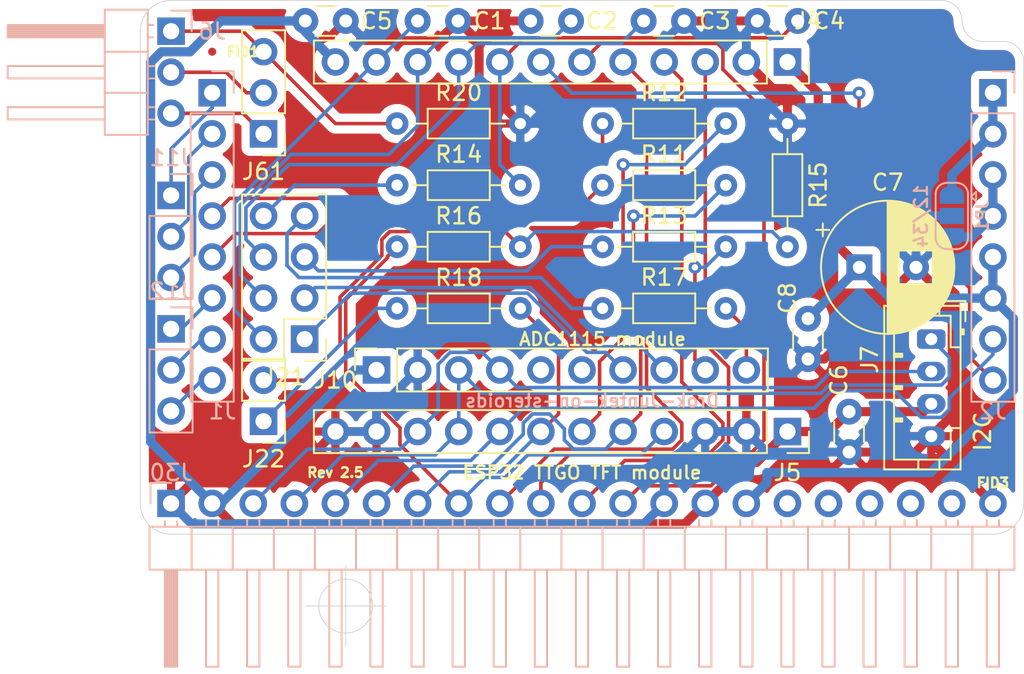
<source format=kicad_pcb>
(kicad_pcb (version 20171130) (host pcbnew "(5.1.10)-1")
  (title_block (title Drok/Juntek-on-steroids) (date 2021-08-24) (rev 2.5))
  (layers (0 F.Cu signal) (31 B.Cu signal) (34 B.Paste user) (35 F.Paste user) (36 B.SilkS user) (37 F.SilkS user) (38 B.Mask user) (39 F.Mask user) (44 Edge.Cuts user))
  (net 0 "")
  (net 1 VCC)
  (net 2 GNDD)
  (net 3 GNDA)
  (net 4 /GPIO27)
  (net 5 /SDA)
  (net 6 /SCL)
  (net 7 /GPIO13)
  (net 8 /ADC0)
  (net 9 /ADC1)
  (net 10 /ADC2)
  (net 11 /ADC3)
  (net 12 /GPIO32)
  (net 13 /GPIO25)
  (net 14 /GPIO26)
  (net 15 /GPIO17)
  (net 16 /A3)
  (net 17 /A2)
  (net 18 /A1)
  (net 19 /A0)
  (net 20 /J1.8)
  (net 21 /J1.3)
  (net 22 /J1.2)
  (net 23 /J1.6)
  (net 24 /+3V3)
  (net 25 /GPIO12)
  (net 26 /J1.1)
  (net 27 /J1.5)
  (net 28 /J1.4)
  (net 29 /J6.2)
  (net 30 /J1.7)
  (net 31 /J6.3)
  (net 32 /FanPWM)
  (net 33 "Net-(J21-Pad7)")
  (net 34 /J6.1)
  (net 35 "Net-(J21-Pad5)")
  (net 36 "Net-(J21-Pad8)")
  (net 37 "Net-(J22-Pad2)")
  (net 38 "Net-(J22-Pad1)")
  (net 39 GND)
  (net 40 /GPIO15)
  (net 41 /GPIO33)
  (module Connector_PinHeader_2.54mm:PinHeader_1x03_P2.54mm_Vertical (layer F.Cu) (at 106.68 67.945 180)
    (fp_text reference J61 (at 0 -2.33) (layer F.SilkS))
    (fp_text value patch)
    (pad 3 thru_hole oval (at 0 5.08 180) (size 1.7 1.7) (drill 1) (layers *.Cu *.Mask) (net 31 /J6.3))
    (pad 2 thru_hole oval (at 0 2.54 180) (size 1.7 1.7) (drill 1) (layers *.Cu *.Mask) (net 29 /J6.2))
    (pad 1 thru_hole rect (at 0 0 180) (size 1.7 1.7) (drill 1) (layers *.Cu *.Mask) (net 34 /J6.1))
  )
  (module Connector_PinHeader_2.54mm:PinHeader_1x03_P2.54mm_Vertical (layer B.Cu) (at 100.965 80.01 180)
    (fp_text reference J12 (at 0 2.33) (layer B.SilkS) (effects (justify mirror)))
    (fp_text value patch)
    (pad 3 thru_hole oval (at 0 -5.08 180) (size 1.7 1.7) (drill 1) (layers *.Cu *.Mask) (net 20 /J1.8))
    (pad 2 thru_hole oval (at 0 -2.54 180) (size 1.7 1.7) (drill 1) (layers *.Cu *.Mask) (net 30 /J1.7))
    (pad 1 thru_hole rect (at 0 0 180) (size 1.7 1.7) (drill 1) (layers *.Cu *.Mask) (net 23 /J1.6))
  )
  (module Connector_PinHeader_2.54mm:PinHeader_1x02_P2.54mm_Vertical (layer F.Cu) (at 106.68 85.725 180)
    (fp_text reference J22 (at 0 -2.33) (layer F.SilkS))
    (fp_text value patch)
    (pad 2 thru_hole oval (at 0 2.54 180) (size 1.7 1.7) (drill 1) (layers *.Cu *.Mask) (net 37 "Net-(J22-Pad2)"))
    (pad 1 thru_hole rect (at 0 0 180) (size 1.7 1.7) (drill 1) (layers *.Cu *.Mask) (net 38 "Net-(J22-Pad1)"))
  )
  (module Connector_PinHeader_2.54mm:PinHeader_2x04_P2.54mm_Vertical (layer F.Cu) (at 109.22 80.645 180)
    (fp_text reference J21 (at 1.27 -2.33) (layer F.SilkS))
    (fp_text value patch)
    (pad 8 thru_hole oval (at 2.54 7.62 180) (size 1.7 1.7) (drill 1) (layers *.Cu *.Mask) (net 36 "Net-(J21-Pad8)"))
    (pad 7 thru_hole oval (at 0 7.62 180) (size 1.7 1.7) (drill 1) (layers *.Cu *.Mask) (net 33 "Net-(J21-Pad7)"))
    (pad 6 thru_hole oval (at 2.54 5.08 180) (size 1.7 1.7) (drill 1) (layers *.Cu *.Mask) (net 10 /ADC2))
    (pad 5 thru_hole oval (at 0 5.08 180) (size 1.7 1.7) (drill 1) (layers *.Cu *.Mask) (net 35 "Net-(J21-Pad5)"))
    (pad 4 thru_hole oval (at 2.54 2.54 180) (size 1.7 1.7) (drill 1) (layers *.Cu *.Mask) (net 9 /ADC1))
    (pad 3 thru_hole oval (at 0 2.54 180) (size 1.7 1.7) (drill 1) (layers *.Cu *.Mask) (net 18 /A1))
    (pad 2 thru_hole oval (at 2.54 0 180) (size 1.7 1.7) (drill 1) (layers *.Cu *.Mask) (net 8 /ADC0))
    (pad 1 thru_hole rect (at 0 0 180) (size 1.7 1.7) (drill 1) (layers *.Cu *.Mask) (net 19 /A0))
  )
  (module Connector_PinHeader_2.54mm:PinHeader_1x03_P2.54mm_Vertical (layer B.Cu) (at 100.965 71.755 180)
    (fp_text reference J11 (at 0 2.33) (layer B.SilkS) (effects (justify mirror)))
    (fp_text value patch)
    (pad 3 thru_hole oval (at 0 -5.08 180) (size 1.7 1.7) (drill 1) (layers *.Cu *.Mask) (net 21 /J1.3))
    (pad 2 thru_hole oval (at 0 -2.54 180) (size 1.7 1.7) (drill 1) (layers *.Cu *.Mask) (net 22 /J1.2))
    (pad 1 thru_hole rect (at 0 0 180) (size 1.7 1.7) (drill 1) (layers *.Cu *.Mask) (net 26 /J1.1))
  )
  (module Connector_JST:JST_PH_B4B-PH-K_1x04_P2.00mm_Vertical (layer F.Cu) (at 147.955 80.645 270)
    (fp_text reference J7 (at 1.27 3.81 90) (layer F.SilkS))
    (fp_text value I2C)
    (pad 4 thru_hole oval (at 6 0 270) (size 1.2 1.75) (drill 0.75) (layers *.Cu *.Mask) (net 39 GND))
    (pad 3 thru_hole oval (at 4 0 270) (size 1.2 1.75) (drill 0.75) (layers *.Cu *.Mask) (net 24 /+3V3))
    (pad 2 thru_hole oval (at 2 0 270) (size 1.2 1.75) (drill 0.75) (layers *.Cu *.Mask) (net 5 /SDA))
    (pad 1 thru_hole roundrect (at 0 0 270) (size 1.2 1.75) (drill 0.75) (layers *.Cu *.Mask) (roundrect_rratio 0.2083325) (net 6 /SCL))
  )
  (module Connector_PinSocket_2.54mm:PinSocket_1x10_P2.54mm_Vertical (layer F.Cu) (at 113.665 82.55 90)
    (fp_text reference J10 (at -0.635 -2.54 180) (layer F.SilkS))
    (fp_text value ADS1115)
    (pad 10 thru_hole oval (at 0 22.86 90) (size 1.7 1.7) (drill 1) (layers *.Cu *.Mask) (net 16 /A3))
    (pad 9 thru_hole oval (at 0 20.32 90) (size 1.7 1.7) (drill 1) (layers *.Cu *.Mask) (net 17 /A2))
    (pad 8 thru_hole oval (at 0 17.78 90) (size 1.7 1.7) (drill 1) (layers *.Cu *.Mask) (net 18 /A1))
    (pad 7 thru_hole oval (at 0 15.24 90) (size 1.7 1.7) (drill 1) (layers *.Cu *.Mask) (net 19 /A0))
    (pad 6 thru_hole oval (at 0 12.7 90) (size 1.7 1.7) (drill 1) (layers *.Cu *.Mask))
    (pad 5 thru_hole oval (at 0 10.16 90) (size 1.7 1.7) (drill 1) (layers *.Cu *.Mask))
    (pad 4 thru_hole oval (at 0 7.62 90) (size 1.7 1.7) (drill 1) (layers *.Cu *.Mask) (net 5 /SDA))
    (pad 3 thru_hole oval (at 0 5.08 90) (size 1.7 1.7) (drill 1) (layers *.Cu *.Mask) (net 6 /SCL))
    (pad 2 thru_hole oval (at 0 2.54 90) (size 1.7 1.7) (drill 1) (layers *.Cu *.Mask) (net 39 GND))
    (pad 1 thru_hole rect (at 0 0 90) (size 1.7 1.7) (drill 1) (layers *.Cu *.Mask) (net 24 /+3V3))
  )
  (module Resistor_THT:R_Axial_DIN0204_L3.6mm_D1.6mm_P7.62mm_Horizontal (layer F.Cu) (at 127.635 74.93)
    (fp_text reference R13 (at 3.81 -1.92) (layer F.SilkS))
    (fp_text value 1k/zero)
    (pad 2 thru_hole oval (at 7.62 0) (size 1.4 1.4) (drill 0.7) (layers *.Cu *.Mask) (net 17 /A2))
    (pad 1 thru_hole circle (at 0 0) (size 1.4 1.4) (drill 0.7) (layers *.Cu *.Mask) (net 35 "Net-(J21-Pad5)"))
  )
  (module Jumper:SolderJumper-3_P1.3mm_Open_RoundedPad1.0x1.5mm (layer B.Cu) (at 149.225 73.025 270)
    (fp_text reference JP1 (at 0 -1.905 90) (layer B.SilkS) (effects (font (size 0.7 0.7)) (justify mirror)))
    (fp_text value GND/D)
    (pad 2 smd rect (at 0 0 270) (size 1 1.5) (layers B.Cu B.Mask) (net 39 GND))
    (pad 3 smd custom (at 1.3 0 270) (size 1 0.5) (layers B.Cu B.Mask) (net 2 GNDD) (options (clearance outline) (anchor rect)) (primitives (gr_circle (center 0 -0.25) (end 0.5 -0.25) (width 0)) (gr_circle (center 0 0.25) (end 0.5 0.25) (width 0)) (gr_poly (pts (xy -0.55 0.75) (xy 0 0.75) (xy 0 -0.75) (xy -0.55 -0.75)) (width 0))))
    (pad 1 smd custom (at -1.3 0 270) (size 1 0.5) (layers B.Cu B.Mask) (net 3 GNDA) (options (clearance outline) (anchor rect)) (primitives (gr_circle (center 0 -0.25) (end 0.5 -0.25) (width 0)) (gr_circle (center 0 0.25) (end 0.5 0.25) (width 0)) (gr_poly (pts (xy 0.55 0.75) (xy 0 0.75) (xy 0 -0.75) (xy 0.55 -0.75)) (width 0))))
  )
  (module Capacitor_THT:C_Disc_D3.0mm_W1.6mm_P2.50mm (layer F.Cu) (at 142.875 87.63 90)
    (fp_text reference C6 (at 4.445 -0.635 90) (layer F.SilkS))
    (fp_text value 0.1µ)
    (pad 2 thru_hole circle (at 2.5 0 90) (size 1.6 1.6) (drill 0.8) (layers *.Cu *.Mask) (net 24 /+3V3))
    (pad 1 thru_hole circle (at 0 0 90) (size 1.6 1.6) (drill 0.8) (layers *.Cu *.Mask) (net 39 GND))
  )
  (module Capacitor_THT:C_Disc_D3.0mm_W1.6mm_P2.50mm (layer F.Cu) (at 111.76 60.96 180)
    (fp_text reference C5 (at -1.905 0) (layer F.SilkS))
    (fp_text value 0.1µ)
    (pad 2 thru_hole circle (at 2.5 0 180) (size 1.6 1.6) (drill 0.8) (layers *.Cu *.Mask) (net 24 /+3V3))
    (pad 1 thru_hole circle (at 0 0 180) (size 1.6 1.6) (drill 0.8) (layers *.Cu *.Mask) (net 39 GND))
  )
  (module Connector_PinHeader_2.54mm:PinHeader_1x21_P2.54mm_Horizontal (layer B.Cu) (at 100.965 90.805 270)
    (fp_text reference J30 (at -1.905 0 180) (layer B.SilkS) (effects (justify mirror)))
    (fp_text value Expansion1)
    (pad 21 thru_hole oval (at 0 -50.8 270) (size 1.7 1.7) (drill 1) (layers *.Cu *.Mask) (net 39 GND))
    (pad 20 thru_hole oval (at 0 -48.26 270) (size 1.7 1.7) (drill 1) (layers *.Cu *.Mask))
    (pad 19 thru_hole oval (at 0 -45.72 270) (size 1.7 1.7) (drill 1) (layers *.Cu *.Mask))
    (pad 18 thru_hole oval (at 0 -43.18 270) (size 1.7 1.7) (drill 1) (layers *.Cu *.Mask))
    (pad 17 thru_hole oval (at 0 -40.64 270) (size 1.7 1.7) (drill 1) (layers *.Cu *.Mask))
    (pad 16 thru_hole oval (at 0 -38.1 270) (size 1.7 1.7) (drill 1) (layers *.Cu *.Mask))
    (pad 15 thru_hole oval (at 0 -35.56 270) (size 1.7 1.7) (drill 1) (layers *.Cu *.Mask) (net 1 VCC))
    (pad 14 thru_hole oval (at 0 -33.02 270) (size 1.7 1.7) (drill 1) (layers *.Cu *.Mask) (net 24 /+3V3))
    (pad 13 thru_hole oval (at 0 -30.48 270) (size 1.7 1.7) (drill 1) (layers *.Cu *.Mask) (net 39 GND))
    (pad 12 thru_hole oval (at 0 -27.94 270) (size 1.7 1.7) (drill 1) (layers *.Cu *.Mask) (net 41 /GPIO33))
    (pad 11 thru_hole oval (at 0 -25.4 270) (size 1.7 1.7) (drill 1) (layers *.Cu *.Mask) (net 4 /GPIO27))
    (pad 10 thru_hole oval (at 0 -22.86 270) (size 1.7 1.7) (drill 1) (layers *.Cu *.Mask) (net 14 /GPIO26))
    (pad 9 thru_hole oval (at 0 -20.32 270) (size 1.7 1.7) (drill 1) (layers *.Cu *.Mask) (net 13 /GPIO25))
    (pad 8 thru_hole oval (at 0 -17.78 270) (size 1.7 1.7) (drill 1) (layers *.Cu *.Mask) (net 25 /GPIO12))
    (pad 7 thru_hole oval (at 0 -15.24 270) (size 1.7 1.7) (drill 1) (layers *.Cu *.Mask) (net 32 /FanPWM))
    (pad 6 thru_hole oval (at 0 -12.7 270) (size 1.7 1.7) (drill 1) (layers *.Cu *.Mask) (net 7 /GPIO13))
    (pad 5 thru_hole oval (at 0 -10.16 270) (size 1.7 1.7) (drill 1) (layers *.Cu *.Mask) (net 15 /GPIO17))
    (pad 4 thru_hole oval (at 0 -7.62 270) (size 1.7 1.7) (drill 1) (layers *.Cu *.Mask) (net 6 /SCL))
    (pad 3 thru_hole oval (at 0 -5.08 270) (size 1.7 1.7) (drill 1) (layers *.Cu *.Mask) (net 5 /SDA))
    (pad 2 thru_hole oval (at 0 -2.54 270) (size 1.7 1.7) (drill 1) (layers *.Cu *.Mask) (net 24 /+3V3))
    (pad 1 thru_hole rect (at 0 0 270) (size 1.7 1.7) (drill 1) (layers *.Cu *.Mask) (net 39 GND))
  )
  (module Resistor_THT:R_Axial_DIN0204_L3.6mm_D1.6mm_P7.62mm_Horizontal (layer F.Cu) (at 114.935 67.31)
    (fp_text reference R20 (at 3.81 -1.92) (layer F.SilkS))
    (fp_text value 100k/none)
    (pad 2 thru_hole oval (at 7.62 0) (size 1.4 1.4) (drill 0.7) (layers *.Cu *.Mask) (net 39 GND))
    (pad 1 thru_hole circle (at 0 0) (size 1.4 1.4) (drill 0.7) (layers *.Cu *.Mask) (net 34 /J6.1))
  )
  (module Resistor_THT:R_Axial_DIN0204_L3.6mm_D1.6mm_P7.62mm_Horizontal (layer F.Cu) (at 114.935 78.74)
    (fp_text reference R18 (at 3.81 -1.905) (layer F.SilkS))
    (fp_text value 1k/zero)
    (pad 2 thru_hole oval (at 7.62 0) (size 1.4 1.4) (drill 0.7) (layers *.Cu *.Mask) (net 32 /FanPWM))
    (pad 1 thru_hole circle (at 0 0) (size 1.4 1.4) (drill 0.7) (layers *.Cu *.Mask) (net 38 "Net-(J22-Pad1)"))
  )
  (module Resistor_THT:R_Axial_DIN0204_L3.6mm_D1.6mm_P7.62mm_Horizontal (layer F.Cu) (at 127.635 78.74)
    (fp_text reference R17 (at 3.81 -1.92) (layer F.SilkS))
    (fp_text value 1k/zero)
    (pad 2 thru_hole oval (at 7.62 0) (size 1.4 1.4) (drill 0.7) (layers *.Cu *.Mask) (net 16 /A3))
    (pad 1 thru_hole circle (at 0 0) (size 1.4 1.4) (drill 0.7) (layers *.Cu *.Mask) (net 33 "Net-(J21-Pad7)"))
  )
  (module Resistor_THT:R_Axial_DIN0204_L3.6mm_D1.6mm_P7.62mm_Horizontal (layer F.Cu) (at 122.555 74.93 180)
    (fp_text reference R16 (at 3.81 1.905) (layer F.SilkS))
    (fp_text value 1k/zero)
    (pad 2 thru_hole oval (at 7.62 0 180) (size 1.4 1.4) (drill 0.7) (layers *.Cu *.Mask) (net 25 /GPIO12))
    (pad 1 thru_hole circle (at 0 0 180) (size 1.4 1.4) (drill 0.7) (layers *.Cu *.Mask) (net 37 "Net-(J22-Pad2)"))
  )
  (module Resistor_THT:R_Axial_DIN0204_L3.6mm_D1.6mm_P7.62mm_Horizontal (layer F.Cu) (at 139.065 74.93 90)
    (fp_text reference R15 (at 3.81 1.905 90) (layer F.SilkS))
    (fp_text value 2k2/none)
    (pad 2 thru_hole oval (at 7.62 0 90) (size 1.4 1.4) (drill 0.7) (layers *.Cu *.Mask) (net 39 GND))
    (pad 1 thru_hole circle (at 0 0 90) (size 1.4 1.4) (drill 0.7) (layers *.Cu *.Mask) (net 37 "Net-(J22-Pad2)"))
  )
  (module Resistor_THT:R_Axial_DIN0204_L3.6mm_D1.6mm_P7.62mm_Horizontal (layer F.Cu) (at 135.255 67.31 180)
    (fp_text reference R12 (at 3.81 1.905) (layer F.SilkS))
    (fp_text value 68k/zero)
    (pad 2 thru_hole oval (at 7.62 0 180) (size 1.4 1.4) (drill 0.7) (layers *.Cu *.Mask) (net 28 /J1.4))
    (pad 1 thru_hole circle (at 0 0 180) (size 1.4 1.4) (drill 0.7) (layers *.Cu *.Mask) (net 40 /GPIO15))
  )
  (module Resistor_THT:R_Axial_DIN0204_L3.6mm_D1.6mm_P7.62mm_Horizontal (layer F.Cu) (at 135.255 71.12 180)
    (fp_text reference R11 (at 3.81 1.905) (layer F.SilkS))
    (fp_text value 68k/zero)
    (pad 2 thru_hole oval (at 7.62 0 180) (size 1.4 1.4) (drill 0.7) (layers *.Cu *.Mask) (net 27 /J1.5))
    (pad 1 thru_hole circle (at 0 0 180) (size 1.4 1.4) (drill 0.7) (layers *.Cu *.Mask) (net 7 /GPIO13))
  )
  (module Capacitor_THT:C_Disc_D3.0mm_W1.6mm_P2.50mm (layer F.Cu) (at 130.175 60.96)
    (fp_text reference C3 (at 4.405 0) (layer F.SilkS))
    (fp_text value 0.1µ)
    (pad 2 thru_hole circle (at 2.5 0) (size 1.6 1.6) (drill 0.8) (layers *.Cu *.Mask) (net 39 GND))
    (pad 1 thru_hole circle (at 0 0) (size 1.6 1.6) (drill 0.8) (layers *.Cu *.Mask) (net 10 /ADC2))
  )
  (module Capacitor_THT:C_Disc_D3.0mm_W1.6mm_P2.50mm (layer F.Cu) (at 125.69 60.96 180)
    (fp_text reference C2 (at -1.905 0) (layer F.SilkS))
    (fp_text value 0.1µ)
    (pad 2 thru_hole circle (at 2.5 0 180) (size 1.6 1.6) (drill 0.8) (layers *.Cu *.Mask) (net 39 GND))
    (pad 1 thru_hole circle (at 0 0 180) (size 1.6 1.6) (drill 0.8) (layers *.Cu *.Mask) (net 9 /ADC1))
  )
  (module Capacitor_THT:C_Disc_D3.0mm_W1.6mm_P2.50mm (layer F.Cu) (at 116.205 60.96)
    (fp_text reference C1 (at 4.445 0) (layer F.SilkS))
    (fp_text value 0.1µ)
    (pad 2 thru_hole circle (at 2.5 0) (size 1.6 1.6) (drill 0.8) (layers *.Cu *.Mask) (net 39 GND))
    (pad 1 thru_hole circle (at 0 0) (size 1.6 1.6) (drill 0.8) (layers *.Cu *.Mask) (net 8 /ADC0))
  )
  (module Resistor_THT:R_Axial_DIN0204_L3.6mm_D1.6mm_P7.62mm_Horizontal (layer F.Cu) (at 122.555 71.12 180)
    (fp_text reference R14 (at 3.81 1.905) (layer F.SilkS))
    (fp_text value 1k/zero)
    (pad 2 thru_hole oval (at 7.62 0 180) (size 1.4 1.4) (drill 0.7) (layers *.Cu *.Mask) (net 36 "Net-(J21-Pad8)"))
    (pad 1 thru_hole circle (at 0 0 180) (size 1.4 1.4) (drill 0.7) (layers *.Cu *.Mask) (net 11 /ADC3))
  )
  (module Connector_PinHeader_2.54mm:PinHeader_1x03_P2.54mm_Horizontal (layer B.Cu) (at 100.965 61.595 180)
    (fp_text reference J6 (at -2.54 0 180) (layer B.SilkS) (effects (justify mirror)))
    (fp_text value feedback)
    (pad 3 thru_hole oval (at 0 -5.08 180) (size 1.7 1.7) (drill 1) (layers *.Cu *.Mask) (net 31 /J6.3))
    (pad 2 thru_hole oval (at 0 -2.54 180) (size 1.7 1.7) (drill 1) (layers *.Cu *.Mask) (net 29 /J6.2))
    (pad 1 thru_hole rect (at 0 0 180) (size 1.7 1.7) (drill 1) (layers *.Cu *.Mask) (net 34 /J6.1))
  )
  (module Capacitor_THT:C_Disc_D3.0mm_W1.6mm_P2.50mm (layer F.Cu) (at 140.335 79.375 270)
    (fp_text reference C8 (at -1.27 1.27 90) (layer F.SilkS))
    (fp_text value 0.1µ)
    (pad 2 thru_hole circle (at 2.5 0 270) (size 1.6 1.6) (drill 0.8) (layers *.Cu *.Mask) (net 39 GND))
    (pad 1 thru_hole circle (at 0 0 270) (size 1.6 1.6) (drill 0.8) (layers *.Cu *.Mask) (net 1 VCC))
  )
  (module Capacitor_THT:C_Disc_D3.0mm_W1.6mm_P2.50mm (layer F.Cu) (at 139.7 60.96 180)
    (fp_text reference C4 (at -1.945 0) (layer F.SilkS))
    (fp_text value 0.1µ)
    (pad 2 thru_hole circle (at 2.5 0 180) (size 1.6 1.6) (drill 0.8) (layers *.Cu *.Mask) (net 39 GND))
    (pad 1 thru_hole circle (at 0 0 180) (size 1.6 1.6) (drill 0.8) (layers *.Cu *.Mask) (net 11 /ADC3))
  )
  (module Capacitor_THT:CP_Radial_D8.0mm_P3.50mm (layer F.Cu) (at 143.51 76.2)
    (fp_text reference C7 (at 1.75 -5.25) (layer F.SilkS))
    (fp_text value 470µ)
    (pad 2 thru_hole circle (at 3.5 0) (size 1.6 1.6) (drill 0.8) (layers *.Cu *.Mask) (net 39 GND))
    (pad 1 thru_hole rect (at 0 0) (size 1.6 1.6) (drill 0.8) (layers *.Cu *.Mask) (net 1 VCC))
  )
  (module Fiducial:Fiducial_0.5mm_Mask1mm (layer F.Cu) (at 151.765 88.265)
    (fp_text reference FID3 (at 0 1.27) (layer F.SilkS) (effects (font (size 0.6 0.6))))
    (fp_text value Fiducial)
    (pad "" smd circle (at 0 0) (size 0.5 0.5) (layers F.Cu F.Mask) (clearance 0.25))
  )
  (module Fiducial:Fiducial_0.5mm_Mask1mm (layer F.Cu) (at 103.505 62.865)
    (fp_text reference FID1 (at 1.905 0) (layer F.SilkS) (effects (font (size 0.6 0.6))))
    (fp_text value Fiducial)
    (pad "" smd circle (at 0 0) (size 0.5 0.5) (layers F.Cu F.Mask) (clearance 0.25))
  )
  (module Connector_PinSocket_2.54mm:PinSocket_1x12_P2.54mm_Vertical (layer F.Cu) (at 139.065 86.36 270)
    (fp_text reference J5 (at 2.54 0 180) (layer F.SilkS))
    (fp_text value ESP32-TFT)
    (pad 12 thru_hole oval (at 0 27.94 270) (size 1.7 1.7) (drill 1) (layers *.Cu *.Mask) (net 39 GND))
    (pad 11 thru_hole oval (at 0 25.4 270) (size 1.7 1.7) (drill 1) (layers *.Cu *.Mask) (net 39 GND))
    (pad 10 thru_hole oval (at 0 22.86 270) (size 1.7 1.7) (drill 1) (layers *.Cu *.Mask) (net 5 /SDA))
    (pad 9 thru_hole oval (at 0 20.32 270) (size 1.7 1.7) (drill 1) (layers *.Cu *.Mask) (net 6 /SCL))
    (pad 8 thru_hole oval (at 0 17.78 270) (size 1.7 1.7) (drill 1) (layers *.Cu *.Mask) (net 15 /GPIO17))
    (pad 7 thru_hole oval (at 0 15.24 270) (size 1.7 1.7) (drill 1) (layers *.Cu *.Mask) (net 32 /FanPWM))
    (pad 6 thru_hole oval (at 0 12.7 270) (size 1.7 1.7) (drill 1) (layers *.Cu *.Mask) (net 40 /GPIO15))
    (pad 5 thru_hole oval (at 0 10.16 270) (size 1.7 1.7) (drill 1) (layers *.Cu *.Mask) (net 7 /GPIO13))
    (pad 4 thru_hole oval (at 0 7.62 270) (size 1.7 1.7) (drill 1) (layers *.Cu *.Mask) (net 25 /GPIO12))
    (pad 3 thru_hole oval (at 0 5.08 270) (size 1.7 1.7) (drill 1) (layers *.Cu *.Mask) (net 39 GND))
    (pad 2 thru_hole oval (at 0 2.54 270) (size 1.7 1.7) (drill 1) (layers *.Cu *.Mask) (net 39 GND))
    (pad 1 thru_hole rect (at 0 0 270) (size 1.7 1.7) (drill 1) (layers *.Cu *.Mask) (net 24 /+3V3))
  )
  (module Connector_PinSocket_2.54mm:PinSocket_1x12_P2.54mm_Vertical (layer F.Cu) (at 139.065 63.5 270)
    (fp_text reference J4 (at -2.54 -1.27 180) (layer F.SilkS))
    (fp_text value ESP32-TFT)
    (pad 12 thru_hole oval (at 0 27.94 270) (size 1.7 1.7) (drill 1) (layers *.Cu *.Mask) (net 24 /+3V3))
    (pad 11 thru_hole oval (at 0 25.4 270) (size 1.7 1.7) (drill 1) (layers *.Cu *.Mask) (net 8 /ADC0))
    (pad 10 thru_hole oval (at 0 22.86 270) (size 1.7 1.7) (drill 1) (layers *.Cu *.Mask) (net 9 /ADC1))
    (pad 9 thru_hole oval (at 0 20.32 270) (size 1.7 1.7) (drill 1) (layers *.Cu *.Mask) (net 10 /ADC2))
    (pad 8 thru_hole oval (at 0 17.78 270) (size 1.7 1.7) (drill 1) (layers *.Cu *.Mask) (net 11 /ADC3))
    (pad 7 thru_hole oval (at 0 15.24 270) (size 1.7 1.7) (drill 1) (layers *.Cu *.Mask) (net 12 /GPIO32))
    (pad 6 thru_hole oval (at 0 12.7 270) (size 1.7 1.7) (drill 1) (layers *.Cu *.Mask) (net 41 /GPIO33))
    (pad 5 thru_hole oval (at 0 10.16 270) (size 1.7 1.7) (drill 1) (layers *.Cu *.Mask) (net 13 /GPIO25))
    (pad 4 thru_hole oval (at 0 7.62 270) (size 1.7 1.7) (drill 1) (layers *.Cu *.Mask) (net 14 /GPIO26))
    (pad 3 thru_hole oval (at 0 5.08 270) (size 1.7 1.7) (drill 1) (layers *.Cu *.Mask) (net 4 /GPIO27))
    (pad 2 thru_hole oval (at 0 2.54 270) (size 1.7 1.7) (drill 1) (layers *.Cu *.Mask) (net 39 GND))
    (pad 1 thru_hole rect (at 0 0 270) (size 1.7 1.7) (drill 1) (layers *.Cu *.Mask) (net 1 VCC))
  )
  (module Connector_PinHeader_2.54mm:PinHeader_1x08_P2.54mm_Vertical (layer B.Cu) (at 151.765 65.405 180)
    (fp_text reference J2 (at 0 -19.685) (layer B.SilkS) (effects (justify mirror)))
    (fp_text value "To PSU host board")
    (pad 8 thru_hole oval (at 0 -17.78 180) (size 1.7 1.7) (drill 1) (layers *.Cu *.Mask) (net 12 /GPIO32))
    (pad 7 thru_hole oval (at 0 -15.24 180) (size 1.7 1.7) (drill 1) (layers *.Cu *.Mask) (net 15 /GPIO17))
    (pad 6 thru_hole oval (at 0 -12.7 180) (size 1.7 1.7) (drill 1) (layers *.Cu *.Mask) (net 1 VCC))
    (pad 5 thru_hole oval (at 0 -10.16 180) (size 1.7 1.7) (drill 1) (layers *.Cu *.Mask) (net 1 VCC))
    (pad 4 thru_hole oval (at 0 -7.62 180) (size 1.7 1.7) (drill 1) (layers *.Cu *.Mask) (net 2 GNDD))
    (pad 3 thru_hole oval (at 0 -5.08 180) (size 1.7 1.7) (drill 1) (layers *.Cu *.Mask) (net 2 GNDD))
    (pad 2 thru_hole oval (at 0 -2.54 180) (size 1.7 1.7) (drill 1) (layers *.Cu *.Mask) (net 3 GNDA))
    (pad 1 thru_hole rect (at 0 0 180) (size 1.7 1.7) (drill 1) (layers *.Cu *.Mask) (net 3 GNDA))
  )
  (module Connector_PinHeader_2.54mm:PinHeader_1x08_P2.54mm_Vertical (layer B.Cu) (at 103.505 65.405 180)
    (fp_text reference J1 (at -0.635 -19.685) (layer B.SilkS) (effects (justify mirror)))
    (fp_text value "To PSU host board")
    (pad 8 thru_hole oval (at 0 -17.78 180) (size 1.7 1.7) (drill 1) (layers *.Cu *.Mask) (net 20 /J1.8))
    (pad 7 thru_hole oval (at 0 -15.24 180) (size 1.7 1.7) (drill 1) (layers *.Cu *.Mask) (net 30 /J1.7))
    (pad 6 thru_hole oval (at 0 -12.7 180) (size 1.7 1.7) (drill 1) (layers *.Cu *.Mask) (net 23 /J1.6))
    (pad 5 thru_hole oval (at 0 -10.16 180) (size 1.7 1.7) (drill 1) (layers *.Cu *.Mask) (net 27 /J1.5))
    (pad 4 thru_hole oval (at 0 -7.62 180) (size 1.7 1.7) (drill 1) (layers *.Cu *.Mask) (net 28 /J1.4))
    (pad 3 thru_hole oval (at 0 -5.08 180) (size 1.7 1.7) (drill 1) (layers *.Cu *.Mask) (net 21 /J1.3))
    (pad 2 thru_hole oval (at 0 -2.54 180) (size 1.7 1.7) (drill 1) (layers *.Cu *.Mask) (net 22 /J1.2))
    (pad 1 thru_hole rect (at 0 0 180) (size 1.7 1.7) (drill 1) (layers *.Cu *.Mask) (net 26 /J1.1))
  )
  (target plus (at 111.76 97.155) (size 5) (width 0.05) (layer Edge.Cuts))
  (gr_text I2C (at 151.13 86.36 90) (layer F.SilkS) (effects (font (size 1 1))))
  (gr_text 12/34 (at 147.32 73.025 90) (layer B.SilkS) (effects (font (size 0.8 0.8)) (justify mirror)))
  (gr_line (start 151.13 62.23) (end 152.4 62.23) (layer Edge.Cuts) (width 0.05))
  (gr_text "ADC1115 module" (at 127.635 80.645) (layer F.SilkS) (effects (font (size 0.8 0.8))))
  (gr_arc (start 151.13 60.96) (end 149.86 60.96) (angle -90) (layer Edge.Cuts) (width 0.05))
  (gr_arc (start 152.4 63.5) (end 153.67 63.5) (angle -90) (layer Edge.Cuts) (width 0.05))
  (gr_arc (start 148.59 60.96) (end 149.86 60.96) (angle -90) (layer Edge.Cuts) (width 0.05))
  (gr_text "ESP32 TTGO TFT module" (at 126.365 88.9) (layer F.SilkS) (effects (font (size 0.8 0.8))))
  (gr_text Drok-Juntek-on-steroids (at 127 84.455) (layer B.SilkS) (effects (font (size 0.8 0.8)) (justify mirror)))
  (gr_text "Rev 2.5" (at 111.125 88.9) (layer F.SilkS) (effects (font (size 0.6 0.6))))
  (gr_arc (start 100.965 61.595) (end 100.965 59.69) (angle -90) (layer Edge.Cuts) (width 0.05))
  (gr_arc (start 100.965 90.805) (end 99.06 90.805) (angle -90) (layer Edge.Cuts) (width 0.05))
  (gr_arc (start 151.765 90.805) (end 151.765 92.71) (angle -90) (layer Edge.Cuts) (width 0.05))
  (gr_line (start 153.67 90.805) (end 153.67 63.5) (layer Edge.Cuts) (width 0.05))
  (gr_line (start 100.965 92.71) (end 151.765 92.71) (layer Edge.Cuts) (width 0.05))
  (gr_line (start 99.06 61.595) (end 99.06 90.805) (layer Edge.Cuts) (width 0.05))
  (gr_line (start 148.59 59.69) (end 100.965 59.69) (layer Edge.Cuts) (width 0.05))
  (segment (start 151.765 75.565) (end 151.765 78.105) (width 0.57) (layer B.Cu) (net 1))
  (segment (start 145.415 78.105) (end 151.765 78.105) (width 0.57) (layer B.Cu) (net 1))
  (segment (start 143.51 76.2) (end 145.415 78.105) (width 0.57) (layer B.Cu) (net 1))
  (segment (start 143.51 76.2) (end 140.335 79.375) (width 0.57) (layer B.Cu) (net 1))
  (segment (start 139.065 63.5) (end 140.97 65.405) (width 0.57) (layer F.Cu) (net 1))
  (segment (start 140.97 73.66) (end 143.51 76.2) (width 0.57) (layer F.Cu) (net 1))
  (segment (start 140.97 65.405) (end 140.97 73.66) (width 0.57) (layer F.Cu) (net 1))
  (segment (start 142.875 76.835) (end 143.51 76.2) (width 0.57) (layer B.Cu) (net 1))
  (segment (start 153.030001 79.370001) (end 151.765 78.105) (width 0.57) (layer B.Cu) (net 1))
  (segment (start 153.030001 83.792201) (end 153.030001 79.370001) (width 0.57) (layer B.Cu) (net 1))
  (segment (start 147.922202 88.9) (end 153.030001 83.792201) (width 0.57) (layer B.Cu) (net 1))
  (segment (start 137.795 88.9) (end 147.922202 88.9) (width 0.57) (layer B.Cu) (net 1))
  (segment (start 137.795 89.535) (end 137.795 88.9) (width 0.57) (layer B.Cu) (net 1))
  (segment (start 136.525 90.805) (end 137.795 89.535) (width 0.57) (layer B.Cu) (net 1))
  (segment (start 150.465 74.325) (end 151.765 73.025) (width 0.57) (layer B.Cu) (net 2))
  (segment (start 149.225 74.325) (end 150.465 74.325) (width 0.57) (layer B.Cu) (net 2))
  (segment (start 151.765 73.025) (end 151.765 70.485) (width 0.57) (layer B.Cu) (net 2))
  (segment (start 149.225 70.485) (end 151.765 67.945) (width 0.57) (layer B.Cu) (net 3))
  (segment (start 149.225 71.725) (end 149.225 70.485) (width 0.57) (layer B.Cu) (net 3))
  (segment (start 151.765 67.945) (end 151.765 65.405) (width 0.57) (layer B.Cu) (net 3))
  (segment (start 133.985 80.936798) (end 133.985 63.5) (width 0.22) (layer F.Cu) (net 4))
  (segment (start 135.425011 87.028179) (end 135.425011 82.376809) (width 0.22) (layer F.Cu) (net 4))
  (segment (start 134.303169 88.150021) (end 135.425011 87.028179) (width 0.22) (layer F.Cu) (net 4))
  (segment (start 135.425011 82.376809) (end 133.985 80.936798) (width 0.22) (layer F.Cu) (net 4))
  (segment (start 129.019979 88.150021) (end 134.303169 88.150021) (width 0.22) (layer F.Cu) (net 4))
  (segment (start 126.365 90.805) (end 129.019979 88.150021) (width 0.22) (layer F.Cu) (net 4))
  (segment (start 118.221799 81.459999) (end 117.475 82.206798) (width 0.22) (layer B.Cu) (net 5))
  (segment (start 120.194999 81.459999) (end 118.221799 81.459999) (width 0.22) (layer B.Cu) (net 5))
  (segment (start 121.285 82.55) (end 120.194999 81.459999) (width 0.22) (layer B.Cu) (net 5))
  (segment (start 117.475 85.09) (end 116.205 86.36) (width 0.22) (layer B.Cu) (net 5))
  (segment (start 117.475 82.206798) (end 117.475 85.09) (width 0.22) (layer B.Cu) (net 5))
  (segment (start 109.399999 87.450001) (end 106.045 90.805) (width 0.22) (layer B.Cu) (net 5))
  (segment (start 115.114999 87.450001) (end 109.399999 87.450001) (width 0.22) (layer B.Cu) (net 5))
  (segment (start 116.205 86.36) (end 115.114999 87.450001) (width 0.22) (layer B.Cu) (net 5))
  (segment (start 122.375001 83.640001) (end 121.285 82.55) (width 0.22) (layer B.Cu) (net 5))
  (segment (start 147.955 82.645) (end 141.785002 82.645) (width 0.22) (layer B.Cu) (net 5))
  (segment (start 141.785002 82.645) (end 140.790001 83.640001) (width 0.22) (layer B.Cu) (net 5))
  (segment (start 140.790001 83.640001) (end 122.375001 83.640001) (width 0.22) (layer B.Cu) (net 5))
  (segment (start 118.745 86.36) (end 118.745 82.55) (width 0.22) (layer B.Cu) (net 6))
  (segment (start 108.585 90.805) (end 111.589989 87.800011) (width 0.22) (layer B.Cu) (net 6))
  (segment (start 117.304989 87.800011) (end 118.745 86.36) (width 0.22) (layer B.Cu) (net 6))
  (segment (start 111.589989 87.800011) (end 117.304989 87.800011) (width 0.22) (layer B.Cu) (net 6))
  (segment (start 120.185011 83.990011) (end 118.745 82.55) (width 0.22) (layer B.Cu) (net 6))
  (segment (start 141.140011 83.990011) (end 120.185011 83.990011) (width 0.22) (layer B.Cu) (net 6))
  (segment (start 141.645012 83.48501) (end 141.140011 83.990011) (width 0.22) (layer B.Cu) (net 6))
  (segment (start 148.577943 83.48501) (end 141.645012 83.48501) (width 0.22) (layer B.Cu) (net 6))
  (segment (start 149.07001 82.992943) (end 148.577943 83.48501) (width 0.22) (layer B.Cu) (net 6))
  (segment (start 149.07001 81.76001) (end 149.07001 82.992943) (width 0.22) (layer B.Cu) (net 6))
  (segment (start 147.955 80.645) (end 149.07001 81.76001) (width 0.22) (layer B.Cu) (net 6))
  (segment (start 113.665 90.805) (end 115.969969 88.500031) (width 0.22) (layer B.Cu) (net 7))
  (segment (start 125.274999 86.883201) (end 125.841799 87.450001) (width 0.22) (layer B.Cu) (net 7))
  (segment (start 125.274999 86.196797) (end 125.274999 86.883201) (width 0.22) (layer B.Cu) (net 7))
  (segment (start 123.301799 85.269999) (end 124.348201 85.269999) (width 0.22) (layer B.Cu) (net 7))
  (segment (start 122.734999 85.836799) (end 123.301799 85.269999) (width 0.22) (layer B.Cu) (net 7))
  (segment (start 125.841799 87.450001) (end 127.814999 87.450001) (width 0.22) (layer B.Cu) (net 7))
  (segment (start 122.734999 86.523203) (end 122.734999 85.836799) (width 0.22) (layer B.Cu) (net 7))
  (segment (start 127.814999 87.450001) (end 128.905 86.36) (width 0.22) (layer B.Cu) (net 7))
  (segment (start 120.758171 88.500031) (end 122.734999 86.523203) (width 0.22) (layer B.Cu) (net 7))
  (segment (start 124.348201 85.269999) (end 125.274999 86.196797) (width 0.22) (layer B.Cu) (net 7))
  (segment (start 115.969969 88.500031) (end 120.758171 88.500031) (width 0.22) (layer B.Cu) (net 7))
  (segment (start 129.995001 85.269999) (end 129.995001 80.465001) (width 0.22) (layer F.Cu) (net 7))
  (segment (start 128.905 86.36) (end 129.995001 85.269999) (width 0.22) (layer F.Cu) (net 7))
  (via (at 129.545 73.025) (size 0.8) (drill 0.4) (layers F.Cu B.Cu) (net 7))
  (segment (start 129.545 80.015) (end 129.545 73.025) (width 0.22) (layer F.Cu) (net 7))
  (segment (start 129.995001 80.465001) (end 129.545 80.015) (width 0.22) (layer F.Cu) (net 7))
  (segment (start 133.35 73.025) (end 135.255 71.12) (width 0.22) (layer B.Cu) (net 7))
  (segment (start 129.545 73.025) (end 133.35 73.025) (width 0.22) (layer B.Cu) (net 7))
  (segment (start 104.889979 78.854979) (end 106.68 80.645) (width 0.22) (layer B.Cu) (net 8))
  (segment (start 104.889979 72.211843) (end 104.889979 78.854979) (width 0.22) (layer B.Cu) (net 8))
  (segment (start 109.791822 67.31) (end 104.889979 72.211843) (width 0.22) (layer B.Cu) (net 8))
  (segment (start 116.205 60.96) (end 113.665 63.5) (width 0.22) (layer B.Cu) (net 8))
  (segment (start 113.601822 63.5) (end 104.889979 72.211843) (width 0.22) (layer B.Cu) (net 8))
  (segment (start 113.665 63.5) (end 113.601822 63.5) (width 0.22) (layer B.Cu) (net 8))
  (segment (start 116.205 63.5) (end 117.704999 62.000001) (width 0.22) (layer B.Cu) (net 9))
  (segment (start 105.239989 76.664989) (end 106.68 78.105) (width 0.22) (layer B.Cu) (net 9))
  (segment (start 105.239989 72.356821) (end 105.239989 76.664989) (width 0.22) (layer B.Cu) (net 9))
  (segment (start 114.421202 69.215) (end 108.38181 69.215) (width 0.22) (layer B.Cu) (net 9))
  (segment (start 116.205 67.431202) (end 114.421202 69.215) (width 0.22) (layer B.Cu) (net 9))
  (segment (start 108.38181 69.215) (end 105.239989 72.356821) (width 0.22) (layer B.Cu) (net 9))
  (segment (start 116.205 63.5) (end 116.205 67.431202) (width 0.22) (layer B.Cu) (net 9))
  (segment (start 124.689999 61.960001) (end 124.689999 62.000001) (width 0.22) (layer B.Cu) (net 9))
  (segment (start 125.69 60.96) (end 124.689999 61.960001) (width 0.22) (layer B.Cu) (net 9))
  (segment (start 117.704999 62.000001) (end 124.689999 62.000001) (width 0.22) (layer B.Cu) (net 9))
  (segment (start 118.745 63.5) (end 119.894989 62.350011) (width 0.22) (layer B.Cu) (net 10))
  (segment (start 105.589999 74.474999) (end 106.68 75.565) (width 0.22) (layer B.Cu) (net 10))
  (segment (start 105.589999 72.501799) (end 105.589999 74.474999) (width 0.22) (layer B.Cu) (net 10))
  (segment (start 118.745 63.5) (end 118.745 66.04) (width 0.22) (layer B.Cu) (net 10))
  (segment (start 108.241798 69.85) (end 105.589999 72.501799) (width 0.22) (layer B.Cu) (net 10))
  (segment (start 118.745 66.04) (end 114.935 69.85) (width 0.22) (layer B.Cu) (net 10))
  (segment (start 114.935 69.85) (end 108.241798 69.85) (width 0.22) (layer B.Cu) (net 10))
  (segment (start 130.175 60.96) (end 128.784989 62.350011) (width 0.22) (layer B.Cu) (net 10))
  (segment (start 119.894989 62.350011) (end 128.784989 62.350011) (width 0.22) (layer B.Cu) (net 10))
  (segment (start 121.285 63.5) (end 122.784999 62.000001) (width 0.22) (layer F.Cu) (net 11))
  (segment (start 121.285 63.5) (end 121.285 69.85) (width 0.22) (layer B.Cu) (net 11))
  (segment (start 121.285 69.85) (end 121.92 70.485) (width 0.22) (layer B.Cu) (net 11))
  (segment (start 121.92 70.485) (end 122.555 71.12) (width 0.22) (layer B.Cu) (net 11))
  (segment (start 139.7 60.96) (end 138.659999 62.000001) (width 0.22) (layer F.Cu) (net 11))
  (segment (start 122.784999 62.000001) (end 138.659999 62.000001) (width 0.22) (layer F.Cu) (net 11))
  (via (at 143.487389 65.427611) (size 0.8) (drill 0.4) (layers F.Cu B.Cu) (net 12))
  (segment (start 125.752611 65.427611) (end 143.487389 65.427611) (width 0.22) (layer B.Cu) (net 12))
  (segment (start 123.825 63.5) (end 125.752611 65.427611) (width 0.22) (layer B.Cu) (net 12))
  (segment (start 143.487389 65.427611) (end 143.487389 70.6324) (width 0.22) (layer F.Cu) (net 12))
  (segment (start 150.324989 81.744989) (end 151.765 83.185) (width 0.22) (layer F.Cu) (net 12))
  (segment (start 150.324989 77.47) (end 150.324989 81.744989) (width 0.22) (layer F.Cu) (net 12))
  (segment (start 143.487389 70.6324) (end 150.324989 77.47) (width 0.22) (layer F.Cu) (net 12))
  (segment (start 132.535001 86.883201) (end 131.968201 87.450001) (width 0.22) (layer F.Cu) (net 13))
  (segment (start 132.535001 85.836799) (end 132.535001 86.883201) (width 0.22) (layer F.Cu) (net 13))
  (segment (start 130.354999 83.656797) (end 132.535001 85.836799) (width 0.22) (layer F.Cu) (net 13))
  (segment (start 130.354999 64.949999) (end 130.354999 71.575001) (width 0.22) (layer F.Cu) (net 13))
  (segment (start 128.905 63.5) (end 130.354999 64.949999) (width 0.22) (layer F.Cu) (net 13))
  (segment (start 124.639999 87.450001) (end 121.285 90.805) (width 0.22) (layer F.Cu) (net 13))
  (segment (start 131.968201 87.450001) (end 124.639999 87.450001) (width 0.22) (layer F.Cu) (net 13))
  (segment (start 130.354999 71.575001) (end 130.354999 83.656797) (width 0.22) (layer F.Cu) (net 13))
  (segment (start 123.825 89.535) (end 123.825 90.805) (width 0.22) (layer F.Cu) (net 14))
  (segment (start 134.158191 87.800011) (end 125.559989 87.800011) (width 0.22) (layer F.Cu) (net 14))
  (segment (start 135.075001 85.836799) (end 135.075001 86.883201) (width 0.22) (layer F.Cu) (net 14))
  (segment (start 132.535001 83.296799) (end 135.075001 85.836799) (width 0.22) (layer F.Cu) (net 14))
  (segment (start 135.075001 86.883201) (end 134.158191 87.800011) (width 0.22) (layer F.Cu) (net 14))
  (segment (start 132.535001 64.590001) (end 132.535001 83.296799) (width 0.22) (layer F.Cu) (net 14))
  (segment (start 125.559989 87.800011) (end 123.825 89.535) (width 0.22) (layer F.Cu) (net 14))
  (segment (start 131.445 63.5) (end 132.535001 64.590001) (width 0.22) (layer F.Cu) (net 14))
  (segment (start 119.494979 88.150021) (end 121.285 86.36) (width 0.22) (layer B.Cu) (net 15))
  (segment (start 113.779979 88.150021) (end 119.494979 88.150021) (width 0.22) (layer B.Cu) (net 15))
  (segment (start 111.125 90.805) (end 113.779979 88.150021) (width 0.22) (layer B.Cu) (net 15))
  (segment (start 140.705021 84.919989) (end 122.725011 84.919989) (width 0.22) (layer B.Cu) (net 15))
  (segment (start 141.78999 83.83502) (end 140.705021 84.919989) (width 0.22) (layer B.Cu) (net 15))
  (segment (start 122.725011 84.919989) (end 121.285 86.36) (width 0.22) (layer B.Cu) (net 15))
  (segment (start 145.682067 83.83502) (end 141.78999 83.83502) (width 0.22) (layer B.Cu) (net 15))
  (segment (start 148.577943 85.48501) (end 147.332057 85.48501) (width 0.22) (layer B.Cu) (net 15))
  (segment (start 147.332057 85.48501) (end 145.682067 83.83502) (width 0.22) (layer B.Cu) (net 15))
  (segment (start 149.07001 84.992943) (end 148.577943 85.48501) (width 0.22) (layer B.Cu) (net 15))
  (segment (start 151.765 81.602067) (end 149.07001 84.297057) (width 0.22) (layer B.Cu) (net 15))
  (segment (start 149.07001 84.297057) (end 149.07001 84.992943) (width 0.22) (layer B.Cu) (net 15))
  (segment (start 151.765 80.645) (end 151.765 81.602067) (width 0.22) (layer B.Cu) (net 15))
  (segment (start 136.525 80.01) (end 135.255 78.74) (width 0.22) (layer F.Cu) (net 16))
  (segment (start 136.525 82.55) (end 136.525 80.01) (width 0.22) (layer F.Cu) (net 16))
  (segment (start 133.985 82.55) (end 133.35 81.915) (width 0.22) (layer F.Cu) (net 17))
  (via (at 133.345 76.2) (size 0.8) (drill 0.4) (layers F.Cu B.Cu) (net 17))
  (segment (start 133.345 81.91) (end 133.345 76.2) (width 0.22) (layer F.Cu) (net 17))
  (segment (start 133.985 82.55) (end 133.345 81.91) (width 0.22) (layer F.Cu) (net 17))
  (segment (start 133.985 76.2) (end 135.255 74.93) (width 0.22) (layer B.Cu) (net 17))
  (segment (start 133.345 76.2) (end 133.985 76.2) (width 0.22) (layer B.Cu) (net 17))
  (segment (start 109.875011 77.449989) (end 109.22 78.105) (width 0.22) (layer B.Cu) (net 18))
  (segment (start 123.151179 77.449989) (end 109.875011 77.449989) (width 0.22) (layer B.Cu) (net 18))
  (segment (start 123.17119 77.47) (end 123.151179 77.449989) (width 0.22) (layer B.Cu) (net 18))
  (segment (start 123.19 77.47) (end 123.17119 77.47) (width 0.22) (layer B.Cu) (net 18))
  (segment (start 126.829989 81.109989) (end 123.19 77.47) (width 0.22) (layer B.Cu) (net 18))
  (segment (start 130.004989 81.109989) (end 126.829989 81.109989) (width 0.22) (layer B.Cu) (net 18))
  (segment (start 131.445 82.55) (end 130.004989 81.109989) (width 0.22) (layer B.Cu) (net 18))
  (segment (start 111.4425 78.4225) (end 109.22 80.645) (width 0.22) (layer B.Cu) (net 19))
  (segment (start 112.065001 77.799999) (end 111.4425 78.4225) (width 0.22) (layer B.Cu) (net 19))
  (segment (start 126.666201 81.459999) (end 123.006201 77.799999) (width 0.22) (layer B.Cu) (net 19))
  (segment (start 127.814999 81.459999) (end 126.666201 81.459999) (width 0.22) (layer B.Cu) (net 19))
  (segment (start 123.006201 77.799999) (end 112.065001 77.799999) (width 0.22) (layer B.Cu) (net 19))
  (segment (start 128.905 82.55) (end 127.814999 81.459999) (width 0.22) (layer B.Cu) (net 19))
  (segment (start 102.87 83.185) (end 103.505 83.185) (width 0.22) (layer B.Cu) (net 20))
  (segment (start 100.965 85.09) (end 102.87 83.185) (width 0.22) (layer B.Cu) (net 20))
  (segment (start 102.414999 75.385001) (end 102.414999 71.575001) (width 0.22) (layer B.Cu) (net 21))
  (segment (start 100.965 76.835) (end 102.414999 75.385001) (width 0.22) (layer B.Cu) (net 21))
  (segment (start 102.414999 71.575001) (end 103.505 70.485) (width 0.22) (layer B.Cu) (net 21))
  (segment (start 102.055001 73.204999) (end 102.055001 69.394999) (width 0.22) (layer B.Cu) (net 22))
  (segment (start 100.965 74.295) (end 102.055001 73.204999) (width 0.22) (layer B.Cu) (net 22))
  (segment (start 102.055001 69.394999) (end 103.505 67.945) (width 0.22) (layer B.Cu) (net 22))
  (segment (start 101.6 80.01) (end 103.505 78.105) (width 0.22) (layer B.Cu) (net 23))
  (segment (start 100.965 80.01) (end 101.6 80.01) (width 0.22) (layer B.Cu) (net 23))
  (segment (start 103.505 90.805) (end 104.770001 92.070001) (width 0.57) (layer F.Cu) (net 24))
  (segment (start 141.645 86.36) (end 142.875 85.13) (width 0.57) (layer F.Cu) (net 24))
  (segment (start 139.065 86.36) (end 141.645 86.36) (width 0.57) (layer F.Cu) (net 24))
  (segment (start 147.47 85.13) (end 147.955 84.645) (width 0.57) (layer F.Cu) (net 24))
  (segment (start 142.875 85.13) (end 147.47 85.13) (width 0.57) (layer F.Cu) (net 24))
  (segment (start 99.699999 63.527799) (end 99.699999 86.999999) (width 0.57) (layer B.Cu) (net 24))
  (segment (start 99.699999 86.999999) (end 103.505 90.805) (width 0.57) (layer B.Cu) (net 24))
  (segment (start 100.357799 62.869999) (end 99.699999 63.527799) (width 0.57) (layer B.Cu) (net 24))
  (segment (start 102.137003 62.869999) (end 100.357799 62.869999) (width 0.57) (layer B.Cu) (net 24))
  (segment (start 104.047002 60.96) (end 102.137003 62.869999) (width 0.57) (layer B.Cu) (net 24))
  (segment (start 104.047002 60.96) (end 109.26 60.96) (width 0.57) (layer B.Cu) (net 24))
  (segment (start 109.26 61.635) (end 111.125 63.5) (width 0.57) (layer B.Cu) (net 24))
  (segment (start 109.26 60.96) (end 109.26 61.635) (width 0.57) (layer B.Cu) (net 24))
  (segment (start 112.302002 82.55) (end 113.665 82.55) (width 0.57) (layer B.Cu) (net 24))
  (segment (start 104.047002 90.805) (end 112.302002 82.55) (width 0.57) (layer B.Cu) (net 24))
  (segment (start 103.505 90.805) (end 104.047002 90.805) (width 0.57) (layer B.Cu) (net 24))
  (segment (start 133.985 90.805) (end 132.719999 92.070001) (width 0.57) (layer F.Cu) (net 24))
  (segment (start 104.770001 92.070001) (end 132.719999 92.070001) (width 0.57) (layer F.Cu) (net 24))
  (segment (start 133.985 90.805) (end 136.525 88.265) (width 0.57) (layer F.Cu) (net 24))
  (segment (start 137.16 88.265) (end 139.065 86.36) (width 0.57) (layer F.Cu) (net 24))
  (segment (start 136.525 88.265) (end 137.16 88.265) (width 0.57) (layer F.Cu) (net 24))
  (segment (start 118.745 90.805) (end 120.349951 89.200049) (width 0.22) (layer B.Cu) (net 25))
  (segment (start 120.349951 89.200049) (end 121.619951 89.200049) (width 0.22) (layer B.Cu) (net 25))
  (segment (start 121.619951 89.200049) (end 123.019989 87.800011) (width 0.22) (layer B.Cu) (net 25))
  (segment (start 130.004989 87.800011) (end 131.445 86.36) (width 0.22) (layer B.Cu) (net 25))
  (segment (start 123.019989 87.800011) (end 130.004989 87.800011) (width 0.22) (layer B.Cu) (net 25))
  (segment (start 115.114999 87.174999) (end 118.745 90.805) (width 0.22) (layer F.Cu) (net 25))
  (segment (start 115.114999 86.132001) (end 115.114999 87.174999) (width 0.22) (layer F.Cu) (net 25))
  (segment (start 111.76 82.777002) (end 115.114999 86.132001) (width 0.22) (layer F.Cu) (net 25))
  (segment (start 111.76 78.19199) (end 111.76 82.777002) (width 0.22) (layer F.Cu) (net 25))
  (segment (start 114.345009 75.606981) (end 111.76 78.19199) (width 0.22) (layer F.Cu) (net 25))
  (segment (start 114.345009 75.519991) (end 114.345009 75.606981) (width 0.22) (layer F.Cu) (net 25))
  (segment (start 114.935 74.93) (end 114.345009 75.519991) (width 0.22) (layer F.Cu) (net 25))
  (segment (start 103.505 66.331798) (end 103.505 65.405) (width 0.22) (layer B.Cu) (net 26))
  (segment (start 100.965 68.871798) (end 103.505 66.331798) (width 0.22) (layer B.Cu) (net 26))
  (segment (start 100.965 71.755) (end 100.965 68.871798) (width 0.22) (layer B.Cu) (net 26))
  (segment (start 104.954999 74.115001) (end 103.505 75.565) (width 0.22) (layer F.Cu) (net 27))
  (segment (start 110.034999 74.115001) (end 104.954999 74.115001) (width 0.22) (layer F.Cu) (net 27))
  (segment (start 111.125 73.025) (end 110.034999 74.115001) (width 0.22) (layer F.Cu) (net 27))
  (segment (start 125.73 73.025) (end 111.125 73.025) (width 0.22) (layer F.Cu) (net 27))
  (segment (start 127.635 71.12) (end 125.73 73.025) (width 0.22) (layer F.Cu) (net 27))
  (segment (start 103.505 73.025) (end 104.595001 71.934999) (width 0.22) (layer F.Cu) (net 28))
  (segment (start 104.595001 71.934999) (end 111.304999 71.934999) (width 0.22) (layer F.Cu) (net 28))
  (segment (start 111.304999 71.934999) (end 112.04499 72.67499) (width 0.22) (layer F.Cu) (net 28))
  (segment (start 127.635 67.31) (end 127.635 69.215) (width 0.22) (layer F.Cu) (net 28))
  (segment (start 127.635 69.215) (end 124.17501 72.67499) (width 0.22) (layer F.Cu) (net 28))
  (segment (start 112.04499 72.67499) (end 124.17501 72.67499) (width 0.22) (layer F.Cu) (net 28))
  (segment (start 105.637002 65.405) (end 106.68 65.405) (width 0.22) (layer F.Cu) (net 29))
  (segment (start 104.367002 64.135) (end 105.637002 65.405) (width 0.22) (layer F.Cu) (net 29))
  (segment (start 100.965 64.135) (end 104.367002 64.135) (width 0.22) (layer F.Cu) (net 29))
  (segment (start 102.87 80.645) (end 103.505 80.645) (width 0.22) (layer B.Cu) (net 30))
  (segment (start 100.965 82.55) (end 102.87 80.645) (width 0.22) (layer B.Cu) (net 30))
  (segment (start 105.41 66.675) (end 106.68 67.945) (width 0.22) (layer F.Cu) (net 31))
  (segment (start 100.965 66.675) (end 105.41 66.675) (width 0.22) (layer F.Cu) (net 31))
  (segment (start 118.159961 88.850039) (end 121.334961 88.850039) (width 0.22) (layer B.Cu) (net 32))
  (segment (start 121.334961 88.850039) (end 123.825 86.36) (width 0.22) (layer B.Cu) (net 32))
  (segment (start 116.205 90.805) (end 118.159961 88.850039) (width 0.22) (layer B.Cu) (net 32))
  (segment (start 124.915001 85.269999) (end 123.825 86.36) (width 0.22) (layer F.Cu) (net 32))
  (segment (start 124.915001 81.100001) (end 124.915001 85.269999) (width 0.22) (layer F.Cu) (net 32))
  (segment (start 122.555 78.74) (end 124.915001 81.100001) (width 0.22) (layer F.Cu) (net 32))
  (segment (start 108.876798 76.835) (end 123.825 76.835) (width 0.22) (layer B.Cu) (net 33))
  (segment (start 125.73 78.74) (end 127.635 78.74) (width 0.22) (layer B.Cu) (net 33))
  (segment (start 109.22 73.025) (end 108.129999 74.115001) (width 0.22) (layer B.Cu) (net 33))
  (segment (start 108.129999 76.088201) (end 108.876798 76.835) (width 0.22) (layer B.Cu) (net 33))
  (segment (start 108.129999 74.115001) (end 108.129999 76.088201) (width 0.22) (layer B.Cu) (net 33))
  (segment (start 123.825 76.835) (end 125.73 78.74) (width 0.22) (layer B.Cu) (net 33))
  (segment (start 105.41 61.595) (end 106.68 62.865) (width 0.22) (layer F.Cu) (net 34))
  (segment (start 100.965 61.595) (end 105.41 61.595) (width 0.22) (layer F.Cu) (net 34))
  (segment (start 111.125 67.31) (end 114.935 67.31) (width 0.22) (layer F.Cu) (net 34))
  (segment (start 106.68 62.865) (end 111.125 67.31) (width 0.22) (layer F.Cu) (net 34))
  (segment (start 110.069999 76.414999) (end 109.22 75.565) (width 0.22) (layer B.Cu) (net 35))
  (segment (start 122.975001 76.414999) (end 124.46 74.93) (width 0.22) (layer B.Cu) (net 35))
  (segment (start 122.975001 76.414999) (end 110.069999 76.414999) (width 0.22) (layer B.Cu) (net 35))
  (segment (start 124.46 74.93) (end 126.365 74.93) (width 0.22) (layer B.Cu) (net 35))
  (segment (start 127.635 74.93) (end 126.365 74.93) (width 0.22) (layer B.Cu) (net 35))
  (segment (start 108.585 71.12) (end 114.935 71.12) (width 0.22) (layer B.Cu) (net 36))
  (segment (start 106.68 73.025) (end 108.585 71.12) (width 0.22) (layer B.Cu) (net 36))
  (segment (start 121.614999 73.989999) (end 122.555 74.93) (width 0.22) (layer F.Cu) (net 37))
  (segment (start 114.483799 73.989999) (end 121.614999 73.989999) (width 0.22) (layer F.Cu) (net 37))
  (segment (start 113.994999 74.478799) (end 114.483799 73.989999) (width 0.22) (layer F.Cu) (net 37))
  (segment (start 113.994999 75.462003) (end 113.994999 74.478799) (width 0.22) (layer F.Cu) (net 37))
  (segment (start 138.124999 73.989999) (end 139.065 74.93) (width 0.22) (layer B.Cu) (net 37))
  (segment (start 123.495001 73.989999) (end 138.124999 73.989999) (width 0.22) (layer B.Cu) (net 37))
  (segment (start 122.555 74.93) (end 123.495001 73.989999) (width 0.22) (layer B.Cu) (net 37))
  (segment (start 111.40999 80.99501) (end 109.22 83.185) (width 0.22) (layer F.Cu) (net 37))
  (segment (start 109.22 83.185) (end 106.68 83.185) (width 0.22) (layer F.Cu) (net 37))
  (segment (start 111.40999 78.047012) (end 111.40999 80.99501) (width 0.22) (layer F.Cu) (net 37))
  (segment (start 113.994999 75.462003) (end 111.40999 78.047012) (width 0.22) (layer F.Cu) (net 37))
  (segment (start 113.665 78.74) (end 106.68 85.725) (width 0.22) (layer B.Cu) (net 38))
  (segment (start 114.935 78.74) (end 113.665 78.74) (width 0.22) (layer B.Cu) (net 38))
  (segment (start 147.01 73.92) (end 147.01 76.2) (width 0.55) (layer B.Cu) (net 39))
  (segment (start 147.905 73.025) (end 147.01 73.92) (width 0.55) (layer B.Cu) (net 39))
  (segment (start 149.225 73.025) (end 147.905 73.025) (width 0.55) (layer B.Cu) (net 39))
  (segment (start 120.010001 64.765001) (end 122.555 67.31) (width 0.55) (layer F.Cu) (net 39))
  (segment (start 111.125 86.36) (end 113.665 86.36) (width 0.55) (layer B.Cu) (net 39))
  (segment (start 113.665 85.09) (end 116.205 82.55) (width 0.55) (layer B.Cu) (net 39))
  (segment (start 113.665 86.36) (end 113.665 85.09) (width 0.55) (layer B.Cu) (net 39))
  (segment (start 133.985 86.36) (end 136.525 86.36) (width 0.55) (layer B.Cu) (net 39))
  (segment (start 137.795 87.63) (end 142.875 87.63) (width 0.55) (layer B.Cu) (net 39))
  (segment (start 136.525 86.36) (end 137.795 87.63) (width 0.55) (layer B.Cu) (net 39))
  (segment (start 146.97 87.63) (end 147.955 86.645) (width 0.55) (layer F.Cu) (net 39))
  (segment (start 142.875 87.63) (end 146.97 87.63) (width 0.55) (layer F.Cu) (net 39))
  (segment (start 149.24501 78.43501) (end 147.01 76.2) (width 0.55) (layer F.Cu) (net 39))
  (segment (start 149.24501 85.35499) (end 149.24501 78.43501) (width 0.55) (layer F.Cu) (net 39))
  (segment (start 147.955 86.645) (end 149.24501 85.35499) (width 0.55) (layer F.Cu) (net 39))
  (segment (start 100.965 90.805) (end 102.230001 92.070001) (width 0.55) (layer B.Cu) (net 39))
  (segment (start 141.335 81.875) (end 140.335 81.875) (width 0.55) (layer F.Cu) (net 39))
  (segment (start 147.01 76.2) (end 141.335 81.875) (width 0.55) (layer F.Cu) (net 39))
  (segment (start 107.945001 89.539999) (end 111.125 86.36) (width 0.55) (layer F.Cu) (net 39))
  (segment (start 102.230001 89.539999) (end 107.945001 89.539999) (width 0.55) (layer F.Cu) (net 39))
  (segment (start 100.965 90.805) (end 102.230001 89.539999) (width 0.55) (layer F.Cu) (net 39))
  (segment (start 139.065 66.04) (end 136.525 63.5) (width 0.55) (layer F.Cu) (net 39))
  (segment (start 139.065 67.31) (end 139.065 66.04) (width 0.55) (layer F.Cu) (net 39))
  (segment (start 139.065 68.960202) (end 139.065 67.31) (width 0.55) (layer B.Cu) (net 39))
  (segment (start 144.3075 73.4975) (end 141.4425 73.4975) (width 0.55) (layer B.Cu) (net 39))
  (segment (start 141.4425 73.4975) (end 140.335 72.39) (width 0.55) (layer B.Cu) (net 39))
  (segment (start 144.3075 73.4975) (end 147.01 76.2) (width 0.55) (layer B.Cu) (net 39))
  (segment (start 139.065 71.12) (end 141.4425 73.4975) (width 0.55) (layer B.Cu) (net 39))
  (segment (start 139.065 67.31) (end 139.065 71.12) (width 0.55) (layer B.Cu) (net 39))
  (segment (start 117.489999 62.175001) (end 118.705 60.96) (width 0.55) (layer F.Cu) (net 39))
  (segment (start 112.975001 62.175001) (end 117.489999 62.175001) (width 0.55) (layer F.Cu) (net 39))
  (segment (start 111.76 60.96) (end 112.975001 62.175001) (width 0.55) (layer F.Cu) (net 39))
  (segment (start 118.705 60.96) (end 123.19 60.96) (width 0.55) (layer F.Cu) (net 39))
  (segment (start 132.675 60.96) (end 137.2 60.96) (width 0.55) (layer F.Cu) (net 39))
  (segment (start 136.525 61.635) (end 137.2 60.96) (width 0.55) (layer B.Cu) (net 39))
  (segment (start 136.525 63.5) (end 136.525 61.635) (width 0.55) (layer B.Cu) (net 39))
  (segment (start 120.010001 62.265001) (end 118.705 60.96) (width 0.55) (layer F.Cu) (net 39))
  (segment (start 120.010001 64.765001) (end 120.010001 62.265001) (width 0.55) (layer F.Cu) (net 39))
  (segment (start 131.445 90.805) (end 131.445 88.9) (width 0.55) (layer B.Cu) (net 39))
  (segment (start 126.369999 92.070001) (end 126.972201 92.070001) (width 0.55) (layer B.Cu) (net 39))
  (segment (start 102.230001 92.070001) (end 126.369999 92.070001) (width 0.55) (layer B.Cu) (net 39))
  (segment (start 131.445 88.9) (end 133.985 86.36) (width 0.55) (layer B.Cu) (net 39))
  (segment (start 137.795 66.04) (end 139.065 67.31) (width 0.55) (layer B.Cu) (net 39))
  (segment (start 124.46 66.04) (end 137.795 66.04) (width 0.55) (layer B.Cu) (net 39))
  (segment (start 123.19 67.31) (end 124.46 66.04) (width 0.55) (layer B.Cu) (net 39))
  (segment (start 122.555 67.31) (end 123.19 67.31) (width 0.55) (layer B.Cu) (net 39))
  (segment (start 130.179999 92.070001) (end 131.445 90.805) (width 0.55) (layer B.Cu) (net 39))
  (segment (start 126.972201 92.070001) (end 130.179999 92.070001) (width 0.55) (layer B.Cu) (net 39))
  (segment (start 147.955 86.995) (end 151.765 90.805) (width 0.55) (layer F.Cu) (net 39))
  (segment (start 147.955 86.645) (end 147.955 86.995) (width 0.22) (layer F.Cu) (net 39))
  (via (at 128.905 69.85) (size 0.8) (drill 0.4) (layers F.Cu B.Cu) (net 40))
  (segment (start 128.905 80.5768) (end 128.905 69.85) (width 0.22) (layer F.Cu) (net 40))
  (segment (start 127.455001 85.269999) (end 127.455001 82.026799) (width 0.22) (layer F.Cu) (net 40))
  (segment (start 127.455001 82.026799) (end 128.905 80.5768) (width 0.22) (layer F.Cu) (net 40))
  (segment (start 126.365 86.36) (end 127.455001 85.269999) (width 0.22) (layer F.Cu) (net 40))
  (segment (start 132.715 69.85) (end 135.255 67.31) (width 0.22) (layer B.Cu) (net 40))
  (segment (start 128.905 69.85) (end 132.715 69.85) (width 0.22) (layer B.Cu) (net 40))
  (segment (start 134.740011 62.350011) (end 127.514989 62.350011) (width 0.22) (layer F.Cu) (net 41))
  (segment (start 135.075001 62.685001) (end 134.740011 62.350011) (width 0.22) (layer F.Cu) (net 41))
  (segment (start 135.075001 63.955001) (end 135.075001 62.685001) (width 0.22) (layer F.Cu) (net 41))
  (segment (start 137.615001 66.495001) (end 135.075001 63.955001) (width 0.22) (layer F.Cu) (net 41))
  (segment (start 136.868202 87.63) (end 137.615001 86.883201) (width 0.22) (layer F.Cu) (net 41))
  (segment (start 137.615001 86.883201) (end 137.615001 66.495001) (width 0.22) (layer F.Cu) (net 41))
  (segment (start 134.332525 89.714999) (end 136.417524 87.63) (width 0.22) (layer F.Cu) (net 41))
  (segment (start 136.417524 87.63) (end 136.868202 87.63) (width 0.22) (layer F.Cu) (net 41))
  (segment (start 129.995001 89.714999) (end 134.332525 89.714999) (width 0.22) (layer F.Cu) (net 41))
  (segment (start 127.514989 62.350011) (end 126.365 63.5) (width 0.22) (layer F.Cu) (net 41))
  (segment (start 128.905 90.805) (end 129.995001 89.714999) (width 0.22) (layer F.Cu) (net 41))
  (zone (net 39) (net_name GND) (layer B.Cu) (connect_pads (clearance 0.508)) (min_thickness 0.254) (fill yes (arc_segments 32) (thermal_gap 0.508) (thermal_bridge_width 0.508))
    (polygon (pts (xy 153.67 92.71) (xy 99.06 92.71) (xy 99.06 59.69) (xy 153.67 59.69)))
  )
  (zone (net 39) (net_name GND) (layer F.Cu) (connect_pads (clearance 0.508)) (min_thickness 0.254) (fill yes (arc_segments 32) (thermal_gap 0.508) (thermal_bridge_width 0.508))
    (polygon (pts (xy 153.67 92.71) (xy 99.06 92.71) (xy 99.06 59.69) (xy 153.67 59.69)))
  )
)
</source>
